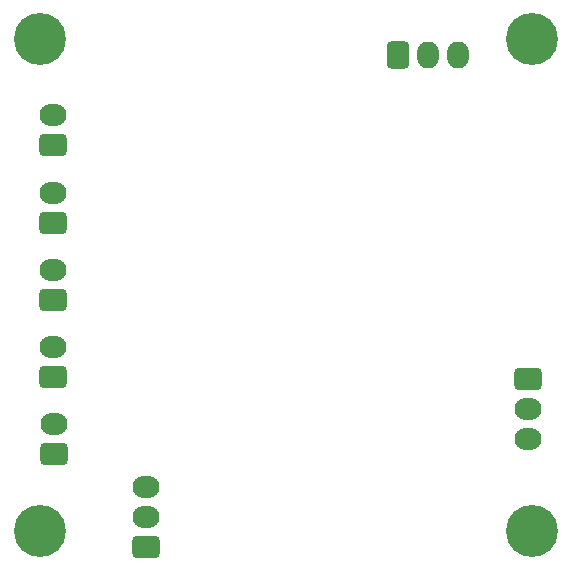
<source format=gbs>
%TF.GenerationSoftware,KiCad,Pcbnew,(6.0.1-0)*%
%TF.CreationDate,2022-09-05T12:17:56-04:00*%
%TF.ProjectId,Summing Circuit V5,53756d6d-696e-4672-9043-697263756974,003*%
%TF.SameCoordinates,Original*%
%TF.FileFunction,Soldermask,Bot*%
%TF.FilePolarity,Negative*%
%FSLAX46Y46*%
G04 Gerber Fmt 4.6, Leading zero omitted, Abs format (unit mm)*
G04 Created by KiCad (PCBNEW (6.0.1-0)) date 2022-09-05 12:17:56*
%MOMM*%
%LPD*%
G01*
G04 APERTURE LIST*
G04 Aperture macros list*
%AMRoundRect*
0 Rectangle with rounded corners*
0 $1 Rounding radius*
0 $2 $3 $4 $5 $6 $7 $8 $9 X,Y pos of 4 corners*
0 Add a 4 corners polygon primitive as box body*
4,1,4,$2,$3,$4,$5,$6,$7,$8,$9,$2,$3,0*
0 Add four circle primitives for the rounded corners*
1,1,$1+$1,$2,$3*
1,1,$1+$1,$4,$5*
1,1,$1+$1,$6,$7*
1,1,$1+$1,$8,$9*
0 Add four rect primitives between the rounded corners*
20,1,$1+$1,$2,$3,$4,$5,0*
20,1,$1+$1,$4,$5,$6,$7,0*
20,1,$1+$1,$6,$7,$8,$9,0*
20,1,$1+$1,$8,$9,$2,$3,0*%
G04 Aperture macros list end*
%ADD10O,1.841600X2.291600*%
%ADD11RoundRect,0.300800X-0.620000X-0.845000X0.620000X-0.845000X0.620000X0.845000X-0.620000X0.845000X0*%
%ADD12RoundRect,0.300800X0.845000X-0.620000X0.845000X0.620000X-0.845000X0.620000X-0.845000X-0.620000X0*%
%ADD13O,2.291600X1.841600*%
%ADD14C,4.401600*%
%ADD15RoundRect,0.300800X-0.845000X0.620000X-0.845000X-0.620000X0.845000X-0.620000X0.845000X0.620000X0*%
G04 APERTURE END LIST*
D10*
%TO.C,J3*%
X116205000Y-49149000D03*
X113665000Y-49149000D03*
D11*
X111125000Y-49149000D03*
%TD*%
D12*
%TO.C,J7*%
X81935000Y-69850000D03*
D13*
X81935000Y-67310000D03*
%TD*%
D12*
%TO.C,J4*%
X89789000Y-90805000D03*
D13*
X89789000Y-88265000D03*
X89789000Y-85725000D03*
%TD*%
D12*
%TO.C,J8*%
X81935000Y-63309500D03*
D13*
X81935000Y-60769500D03*
%TD*%
D14*
%TO.C,H1*%
X80772000Y-47752000D03*
%TD*%
D15*
%TO.C,J2*%
X122154000Y-76581000D03*
D13*
X122154000Y-79121000D03*
X122154000Y-81661000D03*
%TD*%
D14*
%TO.C,H4*%
X122428000Y-89408000D03*
%TD*%
%TO.C,H2*%
X122428000Y-47752000D03*
%TD*%
D12*
%TO.C,J1*%
X81955000Y-82931000D03*
D13*
X81955000Y-80391000D03*
%TD*%
D14*
%TO.C,H3*%
X80772000Y-89408000D03*
%TD*%
D12*
%TO.C,J9*%
X81935000Y-56769000D03*
D13*
X81935000Y-54229000D03*
%TD*%
D12*
%TO.C,J6*%
X81935000Y-76390500D03*
D13*
X81935000Y-73850500D03*
%TD*%
M02*

</source>
